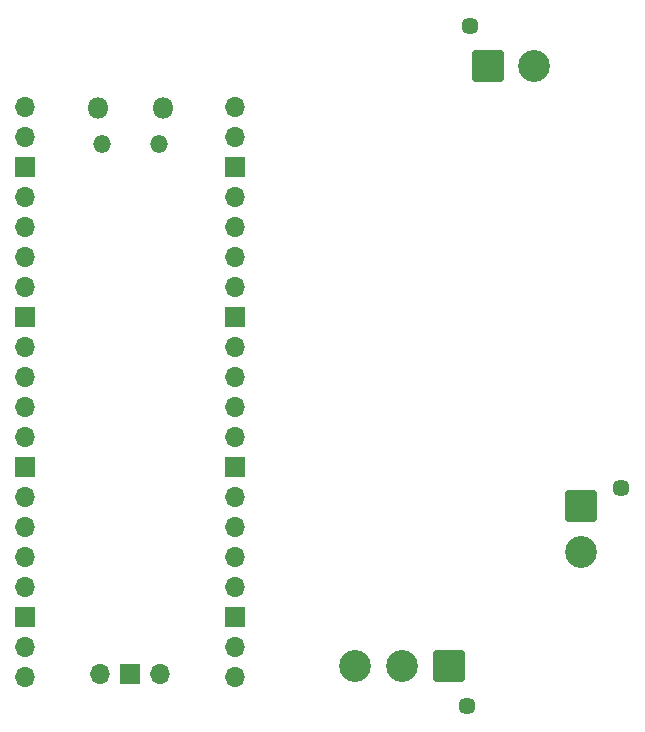
<source format=gbr>
%TF.GenerationSoftware,KiCad,Pcbnew,8.0.7*%
%TF.CreationDate,2025-03-03T11:15:17+09:00*%
%TF.ProjectId,dot_for1,646f745f-666f-4723-912e-6b696361645f,rev?*%
%TF.SameCoordinates,Original*%
%TF.FileFunction,Soldermask,Bot*%
%TF.FilePolarity,Negative*%
%FSLAX46Y46*%
G04 Gerber Fmt 4.6, Leading zero omitted, Abs format (unit mm)*
G04 Created by KiCad (PCBNEW 8.0.7) date 2025-03-03 11:15:17*
%MOMM*%
%LPD*%
G01*
G04 APERTURE LIST*
G04 Aperture macros list*
%AMRoundRect*
0 Rectangle with rounded corners*
0 $1 Rounding radius*
0 $2 $3 $4 $5 $6 $7 $8 $9 X,Y pos of 4 corners*
0 Add a 4 corners polygon primitive as box body*
4,1,4,$2,$3,$4,$5,$6,$7,$8,$9,$2,$3,0*
0 Add four circle primitives for the rounded corners*
1,1,$1+$1,$2,$3*
1,1,$1+$1,$4,$5*
1,1,$1+$1,$6,$7*
1,1,$1+$1,$8,$9*
0 Add four rect primitives between the rounded corners*
20,1,$1+$1,$2,$3,$4,$5,0*
20,1,$1+$1,$4,$5,$6,$7,0*
20,1,$1+$1,$6,$7,$8,$9,0*
20,1,$1+$1,$8,$9,$2,$3,0*%
G04 Aperture macros list end*
%ADD10C,1.450000*%
%ADD11RoundRect,0.250001X-1.099999X-1.099999X1.099999X-1.099999X1.099999X1.099999X-1.099999X1.099999X0*%
%ADD12C,2.700000*%
%ADD13RoundRect,0.250001X-1.099999X1.099999X-1.099999X-1.099999X1.099999X-1.099999X1.099999X1.099999X0*%
%ADD14RoundRect,0.250001X1.099999X1.099999X-1.099999X1.099999X-1.099999X-1.099999X1.099999X-1.099999X0*%
%ADD15O,1.800000X1.800000*%
%ADD16O,1.500000X1.500000*%
%ADD17O,1.700000X1.700000*%
%ADD18R,1.700000X1.700000*%
G04 APERTURE END LIST*
D10*
%TO.C,IN1*%
X113542500Y-34050000D03*
D11*
X115042500Y-37450000D03*
D12*
X119002500Y-37450000D03*
%TD*%
D10*
%TO.C,OUT1*%
X126350000Y-73142500D03*
D13*
X122950000Y-74642500D03*
D12*
X122950000Y-78602500D03*
%TD*%
D10*
%TO.C,RV1*%
X113260000Y-91600000D03*
D14*
X111760000Y-88200000D03*
D12*
X107800000Y-88200000D03*
X103840000Y-88200000D03*
%TD*%
D15*
%TO.C,U1*%
X82075000Y-41000000D03*
D16*
X82375000Y-44030000D03*
X87225000Y-44030000D03*
D15*
X87525000Y-41000000D03*
D17*
X75910000Y-40870000D03*
X75910000Y-43410000D03*
D18*
X75910000Y-45950000D03*
D17*
X75910000Y-48490000D03*
X75910000Y-51030000D03*
X75910000Y-53570000D03*
X75910000Y-56110000D03*
D18*
X75910000Y-58650000D03*
D17*
X75910000Y-61190000D03*
X75910000Y-63730000D03*
X75910000Y-66270000D03*
X75910000Y-68810000D03*
D18*
X75910000Y-71350000D03*
D17*
X75910000Y-73890000D03*
X75910000Y-76430000D03*
X75910000Y-78970000D03*
X75910000Y-81510000D03*
D18*
X75910000Y-84050000D03*
D17*
X75910000Y-86590000D03*
X75910000Y-89130000D03*
X93690000Y-89130000D03*
X93690000Y-86590000D03*
D18*
X93690000Y-84050000D03*
D17*
X93690000Y-81510000D03*
X93690000Y-78970000D03*
X93690000Y-76430000D03*
X93690000Y-73890000D03*
D18*
X93690000Y-71350000D03*
D17*
X93690000Y-68810000D03*
X93690000Y-66270000D03*
X93690000Y-63730000D03*
X93690000Y-61190000D03*
D18*
X93690000Y-58650000D03*
D17*
X93690000Y-56110000D03*
X93690000Y-53570000D03*
X93690000Y-51030000D03*
X93690000Y-48490000D03*
D18*
X93690000Y-45950000D03*
D17*
X93690000Y-43410000D03*
X93690000Y-40870000D03*
X82260000Y-88900000D03*
D18*
X84800000Y-88900000D03*
D17*
X87340000Y-88900000D03*
%TD*%
M02*

</source>
